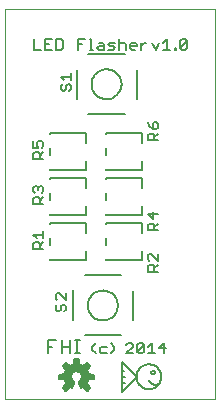
<source format=gto>
G75*
%MOIN*%
%OFA0B0*%
%FSLAX24Y24*%
%IPPOS*%
%LPD*%
%AMOC8*
5,1,8,0,0,1.08239X$1,22.5*
%
%ADD10C,0.0000*%
%ADD11C,0.0080*%
%ADD12C,0.0060*%
%ADD13C,0.0059*%
%ADD14C,0.0050*%
D10*
X000125Y000125D02*
X000125Y013121D01*
X007120Y013121D01*
X007120Y000125D01*
X000125Y000125D01*
D11*
X001540Y001665D02*
X001540Y002085D01*
X001820Y002085D01*
X001680Y001875D02*
X001540Y001875D01*
X002000Y001875D02*
X002281Y001875D01*
X002281Y002085D02*
X002281Y001665D01*
X002461Y001665D02*
X002601Y001665D01*
X002531Y001665D02*
X002531Y002085D01*
X002461Y002085D02*
X002601Y002085D01*
X002769Y002250D02*
X003981Y002250D01*
X004375Y002762D02*
X004375Y003738D01*
X003981Y004250D02*
X002769Y004250D01*
X002375Y003750D02*
X002375Y002762D01*
X002000Y002085D02*
X002000Y001665D01*
X002875Y003250D02*
X002877Y003294D01*
X002883Y003338D01*
X002893Y003381D01*
X002906Y003423D01*
X002923Y003464D01*
X002944Y003503D01*
X002968Y003540D01*
X002995Y003575D01*
X003025Y003607D01*
X003058Y003637D01*
X003094Y003663D01*
X003131Y003687D01*
X003171Y003706D01*
X003212Y003723D01*
X003255Y003735D01*
X003298Y003744D01*
X003342Y003749D01*
X003386Y003750D01*
X003430Y003747D01*
X003474Y003740D01*
X003517Y003729D01*
X003559Y003715D01*
X003599Y003697D01*
X003638Y003675D01*
X003674Y003651D01*
X003708Y003623D01*
X003740Y003592D01*
X003769Y003558D01*
X003795Y003522D01*
X003817Y003484D01*
X003836Y003444D01*
X003851Y003402D01*
X003863Y003360D01*
X003871Y003316D01*
X003875Y003272D01*
X003875Y003228D01*
X003871Y003184D01*
X003863Y003140D01*
X003851Y003098D01*
X003836Y003056D01*
X003817Y003016D01*
X003795Y002978D01*
X003769Y002942D01*
X003740Y002908D01*
X003708Y002877D01*
X003674Y002849D01*
X003638Y002825D01*
X003599Y002803D01*
X003559Y002785D01*
X003517Y002771D01*
X003474Y002760D01*
X003430Y002753D01*
X003386Y002750D01*
X003342Y002751D01*
X003298Y002756D01*
X003255Y002765D01*
X003212Y002777D01*
X003171Y002794D01*
X003131Y002813D01*
X003094Y002837D01*
X003058Y002863D01*
X003025Y002893D01*
X002995Y002925D01*
X002968Y002960D01*
X002944Y002997D01*
X002923Y003036D01*
X002906Y003077D01*
X002893Y003119D01*
X002883Y003162D01*
X002877Y003206D01*
X002875Y003250D01*
X004000Y001375D02*
X004000Y001075D01*
X004090Y001075D01*
X004000Y001075D02*
X004000Y000875D01*
X004100Y000875D01*
X004000Y000875D02*
X004000Y000675D01*
X004100Y000675D01*
X004000Y000675D02*
X004000Y000375D01*
X004500Y000875D01*
X004000Y001375D01*
X004498Y000875D02*
X004500Y000915D01*
X004506Y000955D01*
X004516Y000995D01*
X004529Y001033D01*
X004547Y001069D01*
X004567Y001104D01*
X004592Y001136D01*
X004619Y001166D01*
X004649Y001193D01*
X004681Y001218D01*
X004716Y001238D01*
X004752Y001256D01*
X004790Y001269D01*
X004830Y001279D01*
X004870Y001285D01*
X004910Y001287D01*
X004950Y001285D01*
X004990Y001279D01*
X005030Y001269D01*
X005068Y001256D01*
X005104Y001238D01*
X005139Y001218D01*
X005171Y001193D01*
X005201Y001166D01*
X005228Y001136D01*
X005253Y001104D01*
X005273Y001069D01*
X005291Y001033D01*
X005304Y000995D01*
X005314Y000955D01*
X005320Y000915D01*
X005322Y000875D01*
X005320Y000835D01*
X005314Y000795D01*
X005304Y000755D01*
X005291Y000717D01*
X005273Y000681D01*
X005253Y000646D01*
X005228Y000614D01*
X005201Y000584D01*
X005171Y000557D01*
X005139Y000532D01*
X005104Y000512D01*
X005068Y000494D01*
X005030Y000481D01*
X004990Y000471D01*
X004950Y000465D01*
X004910Y000463D01*
X004870Y000465D01*
X004830Y000471D01*
X004790Y000481D01*
X004752Y000494D01*
X004716Y000512D01*
X004681Y000532D01*
X004649Y000557D01*
X004619Y000584D01*
X004592Y000614D01*
X004567Y000646D01*
X004547Y000681D01*
X004529Y000717D01*
X004516Y000755D01*
X004506Y000795D01*
X004500Y000835D01*
X004498Y000875D01*
X004986Y001015D02*
X004988Y001030D01*
X004993Y001045D01*
X005002Y001057D01*
X005014Y001068D01*
X005027Y001075D01*
X005042Y001079D01*
X005058Y001079D01*
X005073Y001075D01*
X005086Y001068D01*
X005098Y001057D01*
X005107Y001045D01*
X005112Y001030D01*
X005114Y001015D01*
X005112Y001000D01*
X005107Y000985D01*
X005098Y000973D01*
X005086Y000962D01*
X005073Y000955D01*
X005058Y000951D01*
X005042Y000951D01*
X005027Y000955D01*
X005014Y000962D01*
X005002Y000973D01*
X004993Y000985D01*
X004988Y001000D01*
X004986Y001015D01*
X004920Y000765D02*
X004929Y000739D01*
X004940Y000715D01*
X004954Y000693D01*
X004972Y000672D01*
X004991Y000654D01*
X005013Y000639D01*
X005037Y000626D01*
X005062Y000617D01*
X005088Y000611D01*
X005114Y000608D01*
X005141Y000609D01*
X005167Y000613D01*
X005193Y000620D01*
X005217Y000631D01*
X005240Y000645D01*
X004106Y009625D02*
X002894Y009625D01*
X002500Y010137D02*
X002500Y011113D01*
X002894Y011625D02*
X004106Y011625D01*
X004500Y011113D02*
X004500Y010125D01*
X003000Y010625D02*
X003002Y010669D01*
X003008Y010713D01*
X003018Y010756D01*
X003031Y010798D01*
X003048Y010839D01*
X003069Y010878D01*
X003093Y010915D01*
X003120Y010950D01*
X003150Y010982D01*
X003183Y011012D01*
X003219Y011038D01*
X003256Y011062D01*
X003296Y011081D01*
X003337Y011098D01*
X003380Y011110D01*
X003423Y011119D01*
X003467Y011124D01*
X003511Y011125D01*
X003555Y011122D01*
X003599Y011115D01*
X003642Y011104D01*
X003684Y011090D01*
X003724Y011072D01*
X003763Y011050D01*
X003799Y011026D01*
X003833Y010998D01*
X003865Y010967D01*
X003894Y010933D01*
X003920Y010897D01*
X003942Y010859D01*
X003961Y010819D01*
X003976Y010777D01*
X003988Y010735D01*
X003996Y010691D01*
X004000Y010647D01*
X004000Y010603D01*
X003996Y010559D01*
X003988Y010515D01*
X003976Y010473D01*
X003961Y010431D01*
X003942Y010391D01*
X003920Y010353D01*
X003894Y010317D01*
X003865Y010283D01*
X003833Y010252D01*
X003799Y010224D01*
X003763Y010200D01*
X003724Y010178D01*
X003684Y010160D01*
X003642Y010146D01*
X003599Y010135D01*
X003555Y010128D01*
X003511Y010125D01*
X003467Y010126D01*
X003423Y010131D01*
X003380Y010140D01*
X003337Y010152D01*
X003296Y010169D01*
X003256Y010188D01*
X003219Y010212D01*
X003183Y010238D01*
X003150Y010268D01*
X003120Y010300D01*
X003093Y010335D01*
X003069Y010372D01*
X003048Y010411D01*
X003031Y010452D01*
X003018Y010494D01*
X003008Y010537D01*
X003002Y010581D01*
X003000Y010625D01*
D12*
X002320Y010564D02*
X002320Y010450D01*
X002263Y010393D01*
X002150Y010450D02*
X002150Y010564D01*
X002207Y010620D01*
X002263Y010620D01*
X002320Y010564D01*
X002150Y010450D02*
X002093Y010393D01*
X002036Y010393D01*
X001980Y010450D01*
X001980Y010564D01*
X002036Y010620D01*
X002093Y010762D02*
X001980Y010875D01*
X002320Y010875D01*
X002320Y010762D02*
X002320Y010989D01*
X002566Y011780D02*
X002566Y012120D01*
X002793Y012120D01*
X002934Y012120D02*
X002991Y012120D01*
X002991Y011780D01*
X002934Y011780D02*
X003048Y011780D01*
X003180Y011837D02*
X003236Y011780D01*
X003406Y011780D01*
X003406Y011950D01*
X003350Y012007D01*
X003236Y012007D01*
X003236Y011893D02*
X003406Y011893D01*
X003548Y011950D02*
X003605Y011893D01*
X003718Y011893D01*
X003775Y011837D01*
X003718Y011780D01*
X003548Y011780D01*
X003548Y011950D02*
X003605Y012007D01*
X003775Y012007D01*
X003916Y011950D02*
X003973Y012007D01*
X004086Y012007D01*
X004143Y011950D01*
X004143Y011780D01*
X004285Y011837D02*
X004285Y011950D01*
X004341Y012007D01*
X004455Y012007D01*
X004511Y011950D01*
X004511Y011893D01*
X004285Y011893D01*
X004285Y011837D02*
X004341Y011780D01*
X004455Y011780D01*
X004653Y011780D02*
X004653Y012007D01*
X004766Y012007D02*
X004653Y011893D01*
X004766Y012007D02*
X004823Y012007D01*
X005030Y012007D02*
X005143Y011780D01*
X005257Y012007D01*
X005398Y012007D02*
X005512Y012120D01*
X005512Y011780D01*
X005625Y011780D02*
X005398Y011780D01*
X005767Y011780D02*
X005823Y011780D01*
X005823Y011837D01*
X005767Y011837D01*
X005767Y011780D01*
X005951Y011837D02*
X006008Y011780D01*
X006121Y011780D01*
X006178Y011837D01*
X006178Y012064D01*
X005951Y011837D01*
X005951Y012064D01*
X006008Y012120D01*
X006121Y012120D01*
X006178Y012064D01*
X005151Y009351D02*
X005094Y009351D01*
X005037Y009294D01*
X005037Y009124D01*
X005151Y009124D01*
X005208Y009181D01*
X005208Y009294D01*
X005151Y009351D01*
X004924Y009238D02*
X005037Y009124D01*
X005037Y008983D02*
X005094Y008926D01*
X005094Y008756D01*
X005094Y008869D02*
X005208Y008983D01*
X005208Y008756D02*
X004867Y008756D01*
X004867Y008926D01*
X004924Y008983D01*
X005037Y008983D01*
X004924Y009238D02*
X004867Y009351D01*
X003916Y011780D02*
X003916Y012120D01*
X003236Y011893D02*
X003180Y011837D01*
X002679Y011950D02*
X002566Y011950D01*
X002056Y011837D02*
X002056Y012064D01*
X001999Y012120D01*
X001829Y012120D01*
X001829Y011780D01*
X001999Y011780D01*
X002056Y011837D01*
X001688Y011780D02*
X001461Y011780D01*
X001461Y012120D01*
X001688Y012120D01*
X001574Y011950D02*
X001461Y011950D01*
X001319Y011780D02*
X001093Y011780D01*
X001093Y012120D01*
X001055Y008726D02*
X001055Y008499D01*
X001225Y008499D01*
X001168Y008613D01*
X001168Y008669D01*
X001225Y008726D01*
X001338Y008726D01*
X001395Y008669D01*
X001395Y008556D01*
X001338Y008499D01*
X001395Y008358D02*
X001282Y008244D01*
X001282Y008301D02*
X001282Y008131D01*
X001282Y008301D02*
X001225Y008358D01*
X001112Y008358D01*
X001055Y008301D01*
X001055Y008131D01*
X001395Y008131D01*
X001338Y007226D02*
X001282Y007226D01*
X001225Y007169D01*
X001225Y007113D01*
X001225Y007169D02*
X001168Y007226D01*
X001112Y007226D01*
X001055Y007169D01*
X001055Y007056D01*
X001112Y006999D01*
X001112Y006858D02*
X001225Y006858D01*
X001282Y006801D01*
X001282Y006631D01*
X001282Y006744D02*
X001395Y006858D01*
X001338Y006999D02*
X001395Y007056D01*
X001395Y007169D01*
X001338Y007226D01*
X001112Y006858D02*
X001055Y006801D01*
X001055Y006631D01*
X001395Y006631D01*
X001395Y005726D02*
X001395Y005499D01*
X001395Y005613D02*
X001055Y005613D01*
X001168Y005499D01*
X001112Y005358D02*
X001225Y005358D01*
X001282Y005301D01*
X001282Y005131D01*
X001282Y005244D02*
X001395Y005358D01*
X001395Y005131D02*
X001055Y005131D01*
X001055Y005301D01*
X001112Y005358D01*
X001861Y003650D02*
X001805Y003593D01*
X001805Y003480D01*
X001861Y003423D01*
X001861Y003282D02*
X001805Y003225D01*
X001805Y003112D01*
X001861Y003055D01*
X001918Y003055D01*
X001975Y003112D01*
X001975Y003225D01*
X002032Y003282D01*
X002088Y003282D01*
X002145Y003225D01*
X002145Y003112D01*
X002088Y003055D01*
X002145Y003423D02*
X001918Y003650D01*
X001861Y003650D01*
X002145Y003650D02*
X002145Y003423D01*
X003143Y001995D02*
X003030Y001882D01*
X003030Y001768D01*
X003143Y001655D01*
X003276Y001712D02*
X003332Y001655D01*
X003502Y001655D01*
X003644Y001655D02*
X003757Y001768D01*
X003757Y001882D01*
X003644Y001995D01*
X003502Y001882D02*
X003332Y001882D01*
X003276Y001825D01*
X003276Y001712D01*
X004155Y001655D02*
X004382Y001882D01*
X004382Y001939D01*
X004325Y001995D01*
X004212Y001995D01*
X004155Y001939D01*
X004155Y001655D02*
X004382Y001655D01*
X004523Y001712D02*
X004750Y001939D01*
X004750Y001712D01*
X004693Y001655D01*
X004580Y001655D01*
X004523Y001712D01*
X004523Y001939D01*
X004580Y001995D01*
X004693Y001995D01*
X004750Y001939D01*
X004892Y001882D02*
X005005Y001995D01*
X005005Y001655D01*
X004892Y001655D02*
X005118Y001655D01*
X005260Y001825D02*
X005487Y001825D01*
X005430Y001655D02*
X005430Y001995D01*
X005260Y001825D01*
X005208Y004381D02*
X004867Y004381D01*
X004867Y004551D01*
X004924Y004608D01*
X005037Y004608D01*
X005094Y004551D01*
X005094Y004381D01*
X005094Y004494D02*
X005208Y004608D01*
X005208Y004749D02*
X004981Y004976D01*
X004924Y004976D01*
X004867Y004919D01*
X004867Y004806D01*
X004924Y004749D01*
X005208Y004749D02*
X005208Y004976D01*
X005208Y005756D02*
X004867Y005756D01*
X004867Y005926D01*
X004924Y005983D01*
X005037Y005983D01*
X005094Y005926D01*
X005094Y005756D01*
X005094Y005869D02*
X005208Y005983D01*
X005037Y006124D02*
X005037Y006351D01*
X004867Y006294D02*
X005037Y006124D01*
X004867Y006294D02*
X005208Y006294D01*
D13*
X002572Y001461D02*
X002428Y001461D01*
X002409Y001271D01*
X002345Y001250D01*
X002285Y001219D01*
X002136Y001340D01*
X002035Y001239D01*
X002156Y001090D01*
X002125Y001030D01*
X002104Y000966D01*
X001914Y000947D01*
X001914Y000803D01*
X002104Y000784D01*
X002125Y000720D01*
X002156Y000660D01*
X002035Y000511D01*
X002136Y000410D01*
X002285Y000531D01*
X002345Y000500D01*
X002429Y000704D01*
X002392Y000726D01*
X002360Y000755D01*
X002336Y000791D01*
X002321Y000832D01*
X002315Y000875D01*
X002321Y000919D01*
X002336Y000960D01*
X002361Y000997D01*
X002394Y001026D01*
X002433Y001047D01*
X002476Y001058D01*
X002520Y001058D01*
X002563Y001048D01*
X002602Y001028D01*
X002636Y001000D01*
X002662Y000964D01*
X002678Y000923D01*
X002684Y000879D01*
X002680Y000835D01*
X002665Y000793D01*
X002641Y000756D01*
X002609Y000726D01*
X002571Y000704D01*
X002655Y000500D01*
X002715Y000531D01*
X002864Y000410D01*
X002965Y000511D01*
X002844Y000660D01*
X002875Y000720D01*
X002896Y000784D01*
X003086Y000803D01*
X003086Y000947D01*
X002896Y000966D01*
X002875Y001030D01*
X002844Y001090D01*
X002965Y001239D01*
X002864Y001340D01*
X002715Y001219D01*
X002655Y001250D01*
X002591Y001271D01*
X002572Y001461D01*
X002573Y001449D02*
X002427Y001449D01*
X002421Y001391D02*
X002579Y001391D01*
X002585Y001334D02*
X002415Y001334D01*
X002409Y001276D02*
X002591Y001276D01*
X002785Y001276D02*
X002928Y001276D01*
X002949Y001219D02*
X002051Y001219D01*
X002072Y001276D02*
X002215Y001276D01*
X002145Y001334D02*
X002130Y001334D01*
X002098Y001161D02*
X002902Y001161D01*
X002855Y001103D02*
X002145Y001103D01*
X002133Y001046D02*
X002431Y001046D01*
X002356Y000988D02*
X002111Y000988D01*
X001914Y000931D02*
X002325Y000931D01*
X002316Y000873D02*
X001914Y000873D01*
X001914Y000816D02*
X002327Y000816D01*
X002358Y000758D02*
X002113Y000758D01*
X002135Y000701D02*
X002428Y000701D01*
X002404Y000643D02*
X002142Y000643D01*
X002095Y000585D02*
X002380Y000585D01*
X002356Y000528D02*
X002290Y000528D01*
X002281Y000528D02*
X002048Y000528D01*
X002076Y000470D02*
X002211Y000470D01*
X002140Y000413D02*
X002133Y000413D01*
X002596Y000643D02*
X002858Y000643D01*
X002865Y000701D02*
X002572Y000701D01*
X002642Y000758D02*
X002887Y000758D01*
X002905Y000585D02*
X002620Y000585D01*
X002644Y000528D02*
X002710Y000528D01*
X002719Y000528D02*
X002952Y000528D01*
X002924Y000470D02*
X002789Y000470D01*
X002860Y000413D02*
X002867Y000413D01*
X002673Y000816D02*
X003086Y000816D01*
X003086Y000873D02*
X002684Y000873D01*
X002675Y000931D02*
X003086Y000931D01*
X002889Y000988D02*
X002644Y000988D01*
X002568Y001046D02*
X002867Y001046D01*
X002855Y001334D02*
X002870Y001334D01*
D14*
X002821Y004765D02*
X001600Y004765D01*
X001600Y004784D01*
X001600Y005257D02*
X001600Y005493D01*
X001600Y005966D02*
X001600Y005985D01*
X002821Y005985D01*
X002821Y005670D01*
X002821Y005080D02*
X002821Y004765D01*
X003475Y004765D02*
X004696Y004765D01*
X004696Y005080D01*
X004696Y005670D02*
X004696Y005985D01*
X003475Y005985D01*
X003475Y005966D01*
X003475Y006265D02*
X004696Y006265D01*
X004696Y006580D01*
X004696Y007170D02*
X004696Y007485D01*
X003475Y007485D01*
X003475Y007466D01*
X003475Y007765D02*
X004696Y007765D01*
X004696Y008080D01*
X004696Y008670D02*
X004696Y008985D01*
X003475Y008985D01*
X003475Y008966D01*
X003475Y008493D02*
X003475Y008257D01*
X003475Y007784D02*
X003475Y007765D01*
X003475Y006993D02*
X003475Y006757D01*
X003475Y006284D02*
X003475Y006265D01*
X003475Y005493D02*
X003475Y005257D01*
X003475Y004784D02*
X003475Y004765D01*
X002821Y006265D02*
X002821Y006580D01*
X002821Y006265D02*
X001600Y006265D01*
X001600Y006284D01*
X001600Y006757D02*
X001600Y006993D01*
X001600Y007466D02*
X001600Y007485D01*
X002821Y007485D01*
X002821Y007170D01*
X002821Y007765D02*
X002821Y008080D01*
X002821Y007765D02*
X001600Y007765D01*
X001600Y007784D01*
X001600Y008257D02*
X001600Y008493D01*
X001600Y008966D02*
X001600Y008985D01*
X002821Y008985D01*
X002821Y008670D01*
M02*

</source>
